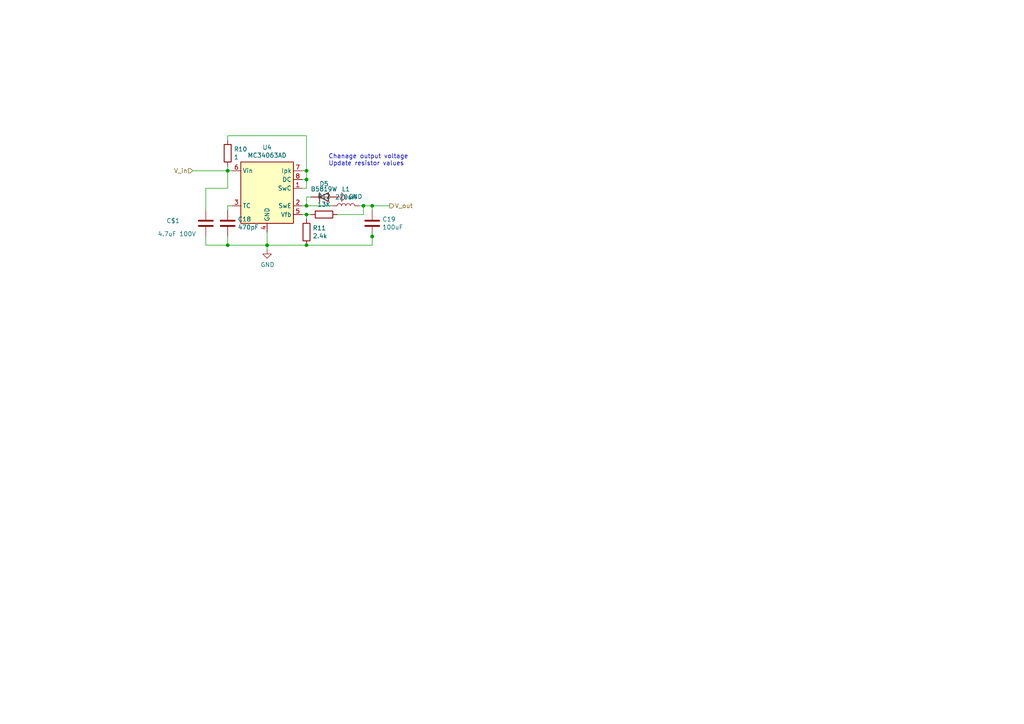
<source format=kicad_sch>
(kicad_sch (version 20220104) (generator eeschema)
  (paper "A4")
  (lib_symbols
    (symbol "Device:C" (pin_numbers hide) (pin_names (offset 0.254))
      (property "Reference" "C" (at 0.635 2.54 0))
      (property "Value" "C" (at 0.635 -2.54 0))
      (symbol "C_0_1"
        (polyline (pts (xy -2.032 -0.762) (xy 2.032 -0.762)) (stroke (width 0.508)))
        (polyline (pts (xy -2.032 0.762) (xy 2.032 0.762)) (stroke (width 0.508)))
      )
      (symbol "C_1_1"
        (pin passive line (at 0 3.81 270) (length 2.794) (name "~") (number "1"))
        (pin passive line (at 0 -3.81 90) (length 2.794) (name "~") (number "2"))
      )
    )
    (symbol "Device:D" (pin_numbers hide) (pin_names (offset 1.016) hide)
      (property "Reference" "D" (at 0 2.54 0))
      (property "Value" "D" (at 0 -2.54 0))
      (symbol "D_0_1"
        (polyline (pts (xy -1.27 1.27) (xy -1.27 -1.27)) (stroke (width 0.254)))
        (polyline (pts (xy 1.27 0) (xy -1.27 0)))
        (polyline (pts (xy 1.27 1.27) (xy 1.27 -1.27) (xy -1.27 0) (xy 1.27 1.27)) (stroke (width 0.254)))
      )
      (symbol "D_1_1"
        (pin passive line (at -3.81 0 0) (length 2.54) (name "K") (number "1"))
        (pin passive line (at 3.81 0 180) (length 2.54) (name "A") (number "2"))
      )
    )
    (symbol "Device:L" (pin_numbers hide) (pin_names (offset 1.016) hide)
      (property "Reference" "L" (at -1.27 0 90))
      (property "Value" "L" (at 1.905 0 90))
      (symbol "L_0_1"
        (arc (start 0 -2.54) (mid 0.635 -1.905) (end 0 -1.27))
        (arc (start 0 -1.27) (mid 0.635 -0.635) (end 0 0))
        (arc (start 0 0) (mid 0.635 0.635) (end 0 1.27))
        (arc (start 0 1.27) (mid 0.635 1.905) (end 0 2.54))
      )
      (symbol "L_1_1"
        (pin passive line (at 0 3.81 270) (length 1.27) (name "1") (number "1"))
        (pin passive line (at 0 -3.81 90) (length 1.27) (name "2") (number "2"))
      )
    )
    (symbol "Device:R" (pin_numbers hide) (pin_names (offset 0))
      (property "Reference" "R" (at 2.032 0 90))
      (property "Value" "R" (at 0 0 90))
      (symbol "R_0_1"
        (rectangle (start -1.016 -2.54) (end 1.016 2.54) (stroke (width 0.254)))
      )
      (symbol "R_1_1"
        (pin passive line (at 0 3.81 270) (length 1.27) (name "~") (number "1"))
        (pin passive line (at 0 -3.81 90) (length 1.27) (name "~") (number "2"))
      )
    )
    (symbol "Regulator_Switching:MC34063AD"
      (property "Reference" "U" (at -7.62 8.89 0))
      (property "Value" "MC34063AD" (at 0 8.89 0))
      (symbol "MC34063AD_0_1"
        (rectangle (start -7.62 7.62) (end 7.62 -10.16) (stroke (width 0.254)) (fill (type background)))
      )
      (symbol "MC34063AD_1_1"
        (pin open_collector line (at 10.16 0 180) (length 2.54) (name "SwC") (number "1"))
        (pin open_emitter line (at 10.16 -5.08 180) (length 2.54) (name "SwE") (number "2"))
        (pin passive line (at -10.16 -5.08 0) (length 2.54) (name "TC") (number "3"))
        (pin power_in line (at 0 -12.7 90) (length 2.54) (name "GND") (number "4"))
        (pin input line (at 10.16 -7.62 180) (length 2.54) (name "Vfb") (number "5"))
        (pin power_in line (at -10.16 5.08 0) (length 2.54) (name "Vin") (number "6"))
        (pin input line (at 10.16 5.08 180) (length 2.54) (name "Ipk") (number "7"))
        (pin open_collector line (at 10.16 2.54 180) (length 2.54) (name "DC") (number "8"))
      )
    )
    (symbol "power:GND" (power) (pin_names (offset 0))
      (property "Value" "GND" (at 0 -3.81 0))
      (symbol "GND_0_1"
        (polyline (pts (xy 0 0) (xy 0 -1.27) (xy 1.27 -1.27) (xy 0 -2.54) (xy -1.27 -1.27) (xy 0 -1.27)))
      )
      (symbol "GND_1_1"
        (pin power_in line (at 0 0 270) (length 0) hide (name "GND") (number "1"))
      )
    )
  )
  (junction (at 66.04 49.53))
  (junction (at 77.47 71.12))
  (junction (at 88.9 52.07))
  (junction (at 107.95 59.69))
  (junction (at 88.9 71.12))
  (junction (at 88.9 49.53))
  (junction (at 107.95 68.58))
  (junction (at 105.41 59.69))
  (junction (at 88.9 62.23))
  (junction (at 88.9 59.69))
  (junction (at 66.04 71.12))
  (wire (pts (xy 59.69 71.12) (xy 66.04 71.12)))
  (wire (pts (xy 67.31 49.53) (xy 66.04 49.53)))
  (wire (pts (xy 107.95 60.96) (xy 107.95 59.69)))
  (wire (pts (xy 107.95 68.58) (xy 107.95 71.12)))
  (wire (pts (xy 66.04 40.64) (xy 66.04 39.37)))
  (wire (pts (xy 105.41 62.23) (xy 97.79 62.23)))
  (wire (pts (xy 55.88 49.53) (xy 66.04 49.53)))
  (wire (pts (xy 105.41 59.69) (xy 105.41 62.23)))
  (wire (pts (xy 66.04 59.69) (xy 67.31 59.69)))
  (wire (pts (xy 88.9 59.69) (xy 88.9 57.15)))
  (wire (pts (xy 88.9 71.12) (xy 77.47 71.12)))
  (wire (pts (xy 66.04 39.37) (xy 88.9 39.37)))
  (wire (pts (xy 88.9 59.69) (xy 96.52 59.69)))
  (wire (pts (xy 107.95 67.31) (xy 107.95 68.58)))
  (wire (pts (xy 88.9 71.12) (xy 107.95 71.12)))
  (wire (pts (xy 87.63 54.61) (xy 88.9 54.61)))
  (wire (pts (xy 88.9 39.37) (xy 88.9 49.53)))
  (wire (pts (xy 88.9 49.53) (xy 87.63 49.53)))
  (wire (pts (xy 88.9 62.23) (xy 90.17 62.23)))
  (wire (pts (xy 77.47 71.12) (xy 77.47 72.39)))
  (wire (pts (xy 88.9 57.15) (xy 90.17 57.15)))
  (wire (pts (xy 77.47 71.12) (xy 77.47 67.31)))
  (wire (pts (xy 104.14 59.69) (xy 105.41 59.69)))
  (wire (pts (xy 88.9 52.07) (xy 88.9 49.53)))
  (wire (pts (xy 59.69 68.58) (xy 59.69 71.12)))
  (wire (pts (xy 87.63 52.07) (xy 88.9 52.07)))
  (wire (pts (xy 87.63 59.69) (xy 88.9 59.69)))
  (wire (pts (xy 87.63 62.23) (xy 88.9 62.23)))
  (wire (pts (xy 66.04 49.53) (xy 66.04 54.61)))
  (wire (pts (xy 77.47 71.12) (xy 66.04 71.12)))
  (wire (pts (xy 66.04 71.12) (xy 66.04 68.58)))
  (wire (pts (xy 66.04 49.53) (xy 66.04 48.26)))
  (wire (pts (xy 107.95 59.69) (xy 113.03 59.69)))
  (wire (pts (xy 88.9 54.61) (xy 88.9 52.07)))
  (wire (pts (xy 66.04 60.96) (xy 66.04 59.69)))
  (wire (pts (xy 59.69 54.61) (xy 59.69 60.96)))
  (wire (pts (xy 66.04 54.61) (xy 59.69 54.61)))
  (wire (pts (xy 88.9 63.5) (xy 88.9 62.23)))
  (wire (pts (xy 105.41 59.69) (xy 107.95 59.69)))
  (text "Chanage output voltage\nUpdate resistor values" (at 95.25 48.26 0) (effects (font (size 1.27 1.27)) (justify left bottom)))
  (hierarchical_label "V_out" (shape output) (at 113.03 59.69 0))
  (hierarchical_label "V_in" (shape input) (at 55.88 49.53 180))
  (symbol (lib_id "Regulator_Switching:MC34063AD") (at 77.47 54.61 0) (unit 1)
    (property "Reference" "U4" (at 77.47 42.7482 0))
    (property "Value" "MC34063AD" (at 77.47 45.0596 0))
    (property "Footprint" "Package_SO:SOIC-8_3.9x4.9mm_P1.27mm" (effects hide))
    (property "Datasheet" "http://www.onsemi.com/pub_link/Collateral/MC34063A-D.PDF" (effects hide))
    (property "LCSC Part" "C32078" (effects hide))
  )
  (symbol (lib_id "power:GND") (at 77.47 72.39 0) (unit 1)
    (property "Reference" "#PWR0141" (effects hide))
    (property "Value" "GND" (at 77.597 76.7842 0))
  )
  (symbol (lib_id "power:GND") (at 97.79 57.15 90) (unit 1)
    (property "Reference" "#PWR0142" (effects hide))
    (property "Value" "GND" (at 101.0412 57.023 90) (effects (justify right)))
  )
  (symbol (lib_id "Device:C") (at 66.04 64.77 0) (unit 1)
    (property "Reference" "C18" (at 68.961 63.6016 0) (effects (justify left)))
    (property "Value" "470pF" (at 68.961 65.913 0) (effects (justify left)))
    (property "Footprint" "Capacitor_SMD:C_0603_1608Metric" (effects hide))
    (property "LCSC Part" "C1620" (effects hide))
  )
  (symbol (lib_id "Device:R") (at 66.04 44.45 0) (unit 1)
    (property "Reference" "R10" (at 67.818 43.2816 0) (effects (justify left)))
    (property "Value" "1" (at 67.818 45.593 0) (effects (justify left)))
    (property "Footprint" "Resistor_SMD:R_0603_1608Metric" (effects hide))
    (property "LCSC Part" "C22936" (effects hide))
  )
  (symbol (lib_id "Device:R") (at 88.9 67.31 0) (unit 1)
    (property "Reference" "R11" (at 90.678 66.1416 0) (effects (justify left)))
    (property "Value" "2.4k" (at 90.678 68.453 0) (effects (justify left)))
    (property "Footprint" "Resistor_SMD:R_0603_1608Metric" (effects hide))
    (property "LCSC Part" "C22940" (effects hide))
  )
  (symbol (lib_id "Device:R") (at 93.98 62.23 270) (unit 1)
    (property "Reference" "R12" (at 93.98 56.9722 90))
    (property "Value" "13K" (at 93.98 59.2836 90))
    (property "Footprint" "Resistor_SMD:R_0603_1608Metric" (effects hide))
    (property "LCSC Part" "C22797" (effects hide))
  )
  (symbol (lib_id "Device:L") (at 100.33 59.69 90) (unit 1)
    (property "Reference" "L1" (at 100.33 54.864 90))
    (property "Value" "220uH" (at 100.33 57.1754 90))
    (property "Footprint" "rpi-pico-debugger-shoe:SCCD43" (effects hide))
    (property "LCSC Part" "C532867" (effects hide))
  )
  (symbol (lib_id "Device:C") (at 107.95 64.77 180) (unit 1)
    (property "Reference" "C19" (at 110.871 63.6016 0) (effects (justify right)))
    (property "Value" "100uF" (at 110.871 65.913 0) (effects (justify right)))
    (property "Footprint" "Capacitor_SMD:C_1206_3216Metric" (effects hide))
    (property "LCSC Part" "C312983" (effects hide))
  )
  (symbol (lib_id "Device:C") (at 59.69 64.77 0) (unit 1)
    (property "Reference" "C$1" (at 48.26 64.77 0) (effects (justify left bottom)))
    (property "Value" "4.7uF 100V" (at 45.72 68.58 0) (effects (justify left bottom)))
    (property "Footprint" "Capacitor_SMD:C_1210_3225Metric" (effects hide))
    (property "LCSC" "C697607" (effects hide))
  )
  (symbol (lib_id "Device:D") (at 93.98 57.15 0) (unit 1)
    (property "Reference" "D5" (at 93.98 53.3146 0))
    (property "Value" "B5819W" (at 93.98 54.8386 0))
    (property "Footprint" "Diode_SMD:D_SOD-123" (effects hide))
    (property "LCSC Part" "C8598" (effects hide))
  )
)
</source>
